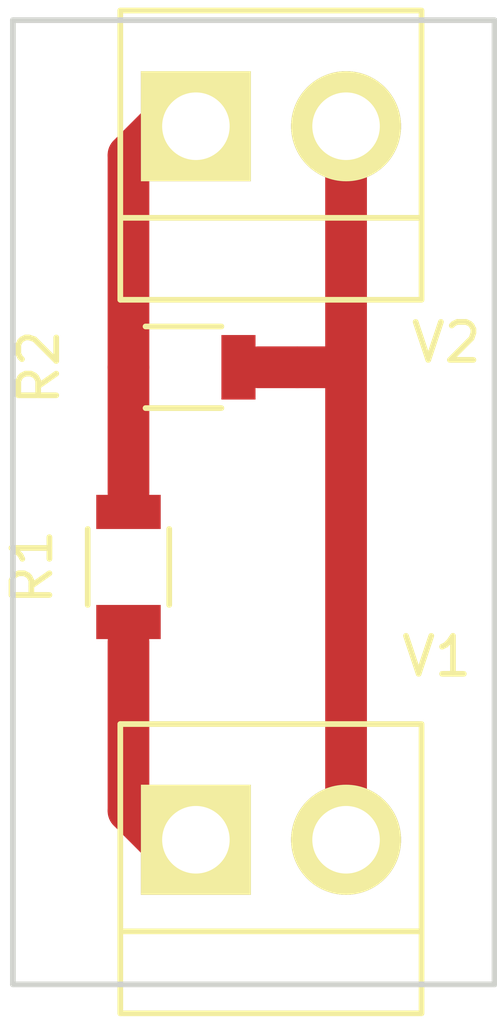
<source format=kicad_pcb>
(kicad_pcb (version 4) (host pcbnew 4.0.5-e0-6337~49~ubuntu16.04.1)

  (general
    (links 5)
    (no_connects 0)
    (area 66.843 76.992999 80.085001 104.389001)
    (thickness 1.6)
    (drawings 4)
    (tracks 14)
    (zones 0)
    (modules 4)
    (nets 4)
  )

  (page User 148.006 210.007)
  (title_block
    (title "Voltage Divider")
    (date 2017-04-25)
    (rev 1)
    (company "UoN Physics")
    (comment 4 @muriukidavid)
  )

  (layers
    (0 F.Cu signal)
    (31 B.Cu signal)
    (32 B.Adhes user)
    (33 F.Adhes user)
    (34 B.Paste user)
    (35 F.Paste user)
    (36 B.SilkS user)
    (37 F.SilkS user)
    (38 B.Mask user)
    (39 F.Mask user)
    (40 Dwgs.User user)
    (41 Cmts.User user)
    (42 Eco1.User user)
    (43 Eco2.User user)
    (44 Edge.Cuts user)
    (45 Margin user)
    (46 B.CrtYd user)
    (47 F.CrtYd user)
    (48 B.Fab user)
    (49 F.Fab user)
  )

  (setup
    (last_trace_width 1.1)
    (trace_clearance 0.2)
    (zone_clearance 0.508)
    (zone_45_only no)
    (trace_min 0.2)
    (segment_width 0.2)
    (edge_width 0.15)
    (via_size 1)
    (via_drill 0.4)
    (via_min_size 0.4)
    (via_min_drill 0.3)
    (uvia_size 0.3)
    (uvia_drill 0.1)
    (uvias_allowed no)
    (uvia_min_size 0.2)
    (uvia_min_drill 0.1)
    (pcb_text_width 0.3)
    (pcb_text_size 1.5 1.5)
    (mod_edge_width 0.15)
    (mod_text_size 1 1)
    (mod_text_width 0.15)
    (pad_size 1.524 1.524)
    (pad_drill 0.762)
    (pad_to_mask_clearance 0.2)
    (aux_axis_origin 0 0)
    (visible_elements FFFFFF7F)
    (pcbplotparams
      (layerselection 0x00000_00000001)
      (usegerberextensions false)
      (excludeedgelayer false)
      (linewidth 0.100000)
      (plotframeref false)
      (viasonmask false)
      (mode 1)
      (useauxorigin false)
      (hpglpennumber 1)
      (hpglpenspeed 20)
      (hpglpendiameter 15)
      (hpglpenoverlay 2)
      (psnegative false)
      (psa4output false)
      (plotreference true)
      (plotvalue true)
      (plotinvisibletext false)
      (padsonsilk false)
      (subtractmaskfromsilk false)
      (outputformat 5)
      (mirror true)
      (drillshape 0)
      (scaleselection 1)
      (outputdirectory mfg))
  )

  (net 0 "")
  (net 1 Vout)
  (net 2 Vin)
  (net 3 0)

  (net_class Default "This is the default net class."
    (clearance 0.2)
    (trace_width 1.1)
    (via_dia 1)
    (via_drill 0.4)
    (uvia_dia 0.3)
    (uvia_drill 0.1)
    (add_net 0)
    (add_net Vin)
    (add_net Vout)
  )

  (module Resistors_SMD:R_1206 (layer F.Cu) (tedit 5415CFA7) (tstamp 58FEEAAD)
    (at 70.358 92.128 270)
    (descr "Resistor SMD 1206, reflow soldering, Vishay (see dcrcw.pdf)")
    (tags "resistor 1206")
    (path /58D500BD)
    (attr smd)
    (fp_text reference R1 (at 0 2.54 270) (layer F.SilkS)
      (effects (font (size 1 1) (thickness 0.15)))
    )
    (fp_text value 1k (at 0 -1.27 270) (layer F.Fab)
      (effects (font (size 1 1) (thickness 0.15)))
    )
    (fp_line (start -2.2 -1.2) (end 2.2 -1.2) (layer F.CrtYd) (width 0.05))
    (fp_line (start -2.2 1.2) (end 2.2 1.2) (layer F.CrtYd) (width 0.05))
    (fp_line (start -2.2 -1.2) (end -2.2 1.2) (layer F.CrtYd) (width 0.05))
    (fp_line (start 2.2 -1.2) (end 2.2 1.2) (layer F.CrtYd) (width 0.05))
    (fp_line (start 1 1.075) (end -1 1.075) (layer F.SilkS) (width 0.15))
    (fp_line (start -1 -1.075) (end 1 -1.075) (layer F.SilkS) (width 0.15))
    (pad 1 smd rect (at -1.45 0 270) (size 0.9 1.7) (layers F.Cu F.Paste F.Mask)
      (net 1 Vout))
    (pad 2 smd rect (at 1.45 0 270) (size 0.9 1.7) (layers F.Cu F.Paste F.Mask)
      (net 2 Vin))
    (model Resistors_SMD.3dshapes/R_1206.wrl
      (at (xyz 0 0 0))
      (scale (xyz 1 1 1))
      (rotate (xyz 0 0 0))
    )
  )

  (module Resistors_SMD:R_1206 (layer F.Cu) (tedit 5415CFA7) (tstamp 58FEEAB3)
    (at 71.808 86.868)
    (descr "Resistor SMD 1206, reflow soldering, Vishay (see dcrcw.pdf)")
    (tags "resistor 1206")
    (path /58D5003A)
    (attr smd)
    (fp_text reference R2 (at -3.81 0 90) (layer F.SilkS)
      (effects (font (size 1 1) (thickness 0.15)))
    )
    (fp_text value 470 (at 3.81 0) (layer F.Fab)
      (effects (font (size 1 1) (thickness 0.15)))
    )
    (fp_line (start -2.2 -1.2) (end 2.2 -1.2) (layer F.CrtYd) (width 0.05))
    (fp_line (start -2.2 1.2) (end 2.2 1.2) (layer F.CrtYd) (width 0.05))
    (fp_line (start -2.2 -1.2) (end -2.2 1.2) (layer F.CrtYd) (width 0.05))
    (fp_line (start 2.2 -1.2) (end 2.2 1.2) (layer F.CrtYd) (width 0.05))
    (fp_line (start 1 1.075) (end -1 1.075) (layer F.SilkS) (width 0.15))
    (fp_line (start -1 -1.075) (end 1 -1.075) (layer F.SilkS) (width 0.15))
    (pad 1 smd rect (at -1.45 0) (size 0.9 1.7) (layers F.Cu F.Paste F.Mask)
      (net 1 Vout))
    (pad 2 smd rect (at 1.45 0) (size 0.9 1.7) (layers F.Cu F.Paste F.Mask)
      (net 3 0))
    (model Resistors_SMD.3dshapes/R_1206.wrl
      (at (xyz 0 0 0))
      (scale (xyz 1 1 1))
      (rotate (xyz 0 0 0))
    )
  )

  (module Pin_Headers:Pin_Header_Straight_1x02_Pitch3.96mm_Friction_Lock (layer F.Cu) (tedit 551E6FC5) (tstamp 58FEEDEC)
    (at 72.136 99.314)
    (descr "Header Pin, Unshrouded, Friction Lock, Pitch 0.156\" (3.96mm)")
    (tags "Pin Header Straight 1x02 Pitch3.96mm 640445-2")
    (path /58D50985)
    (fp_text reference V1 (at 6.35 -4.826) (layer F.SilkS)
      (effects (font (size 1 1) (thickness 0.15)))
    )
    (fp_text value "DC 12" (at -3.556 1.016 90) (layer F.Fab)
      (effects (font (size 1 1) (thickness 0.15)))
    )
    (fp_line (start -2.25 -3.3) (end 6.2 -3.3) (layer F.CrtYd) (width 0.05))
    (fp_line (start 6.2 -3.3) (end 6.2 4.85) (layer F.CrtYd) (width 0.05))
    (fp_line (start 6.2 4.85) (end -2.25 4.85) (layer F.CrtYd) (width 0.05))
    (fp_line (start -2.25 4.85) (end -2.25 -3.3) (layer F.CrtYd) (width 0.05))
    (fp_line (start -1.9939 -3.048) (end 5.9309 -3.048) (layer F.SilkS) (width 0.15))
    (fp_line (start -1.9939 4.572) (end 5.9309 4.572) (layer F.SilkS) (width 0.15))
    (fp_line (start -1.9939 2.413) (end 5.9309 2.413) (layer F.SilkS) (width 0.15))
    (fp_line (start 5.95 -3.048) (end 5.95 4.572) (layer F.SilkS) (width 0.15))
    (fp_line (start -1.9939 -3.048) (end -1.9939 4.572) (layer F.SilkS) (width 0.15))
    (pad 1 thru_hole rect (at 0 0) (size 2.9 2.9) (drill 1.78) (layers *.Cu *.Mask F.SilkS)
      (net 2 Vin))
    (pad 2 thru_hole circle (at 3.96 0) (size 2.9 2.9) (drill 1.78) (layers *.Cu *.Mask F.SilkS)
      (net 3 0))
    (model Pin_Headers.3dshapes/Pin_Header_Straight_1x02_Pitch3.96mm_Friction_Lock.wrl
      (at (xyz 0.08 0 0.125))
      (scale (xyz 0.39 0.39 0.39))
      (rotate (xyz 0 0 180))
    )
  )

  (module Pin_Headers:Pin_Header_Straight_1x02_Pitch3.96mm_Friction_Lock (layer F.Cu) (tedit 551E6FC5) (tstamp 58FEEDF1)
    (at 72.136 80.518)
    (descr "Header Pin, Unshrouded, Friction Lock, Pitch 0.156\" (3.96mm)")
    (tags "Pin Header Straight 1x02 Pitch3.96mm 640445-2")
    (path /58FEEA16)
    (fp_text reference V2 (at 6.604 5.7) (layer F.SilkS)
      (effects (font (size 1 1) (thickness 0.15)))
    )
    (fp_text value "DC 12" (at -3.556 1.524 90) (layer F.Fab)
      (effects (font (size 1 1) (thickness 0.15)))
    )
    (fp_line (start -2.25 -3.3) (end 6.2 -3.3) (layer F.CrtYd) (width 0.05))
    (fp_line (start 6.2 -3.3) (end 6.2 4.85) (layer F.CrtYd) (width 0.05))
    (fp_line (start 6.2 4.85) (end -2.25 4.85) (layer F.CrtYd) (width 0.05))
    (fp_line (start -2.25 4.85) (end -2.25 -3.3) (layer F.CrtYd) (width 0.05))
    (fp_line (start -1.9939 -3.048) (end 5.9309 -3.048) (layer F.SilkS) (width 0.15))
    (fp_line (start -1.9939 4.572) (end 5.9309 4.572) (layer F.SilkS) (width 0.15))
    (fp_line (start -1.9939 2.413) (end 5.9309 2.413) (layer F.SilkS) (width 0.15))
    (fp_line (start 5.95 -3.048) (end 5.95 4.572) (layer F.SilkS) (width 0.15))
    (fp_line (start -1.9939 -3.048) (end -1.9939 4.572) (layer F.SilkS) (width 0.15))
    (pad 1 thru_hole rect (at 0 0) (size 2.9 2.9) (drill 1.78) (layers *.Cu *.Mask F.SilkS)
      (net 1 Vout))
    (pad 2 thru_hole circle (at 3.96 0) (size 2.9 2.9) (drill 1.78) (layers *.Cu *.Mask F.SilkS)
      (net 3 0))
    (model Pin_Headers.3dshapes/Pin_Header_Straight_1x02_Pitch3.96mm_Friction_Lock.wrl
      (at (xyz 0.08 0 0.125))
      (scale (xyz 0.39 0.39 0.39))
      (rotate (xyz 0 0 180))
    )
  )

  (gr_line (start 80.01 77.724) (end 67.31 77.724) (layer Edge.Cuts) (width 0.15))
  (gr_line (start 80.01 103.124) (end 80.01 77.724) (layer Edge.Cuts) (width 0.15))
  (gr_line (start 67.31 103.124) (end 80.01 103.124) (layer Edge.Cuts) (width 0.15))
  (gr_line (start 67.31 77.724) (end 67.31 103.124) (layer Edge.Cuts) (width 0.15))

  (segment (start 70.358 86.868) (end 70.358 90.17) (width 1.1) (layer F.Cu) (net 1))
  (segment (start 70.358 90.678) (end 70.358 90.17) (width 0.8) (layer F.Cu) (net 1))
  (segment (start 70.358 86.868) (end 70.358 81.28) (width 1.1) (layer F.Cu) (net 1))
  (segment (start 70.358 81.28) (end 71.12 80.518) (width 1.1) (layer F.Cu) (net 1))
  (segment (start 71.12 80.518) (end 72.136 80.518) (width 1.1) (layer F.Cu) (net 1))
  (segment (start 70.358 94.107) (end 70.358 98.552) (width 1.1) (layer F.Cu) (net 2))
  (segment (start 70.358 93.578) (end 70.358 94.107) (width 0.8) (layer F.Cu) (net 2))
  (segment (start 70.358 98.552) (end 71.12 99.314) (width 1.1) (layer F.Cu) (net 2))
  (segment (start 71.12 99.314) (end 72.136 99.314) (width 1.1) (layer F.Cu) (net 2))
  (segment (start 73.787 86.868) (end 74.808 86.868) (width 1.1) (layer F.Cu) (net 3))
  (segment (start 73.258 86.868) (end 73.787 86.868) (width 0.8) (layer F.Cu) (net 3))
  (segment (start 76.096 80.518) (end 76.096 86.868) (width 1.1) (layer F.Cu) (net 3))
  (segment (start 76.096 86.868) (end 76.096 99.314) (width 1.1) (layer F.Cu) (net 3))
  (segment (start 74.808 86.868) (end 76.096 86.868) (width 1.1) (layer F.Cu) (net 3))

)

</source>
